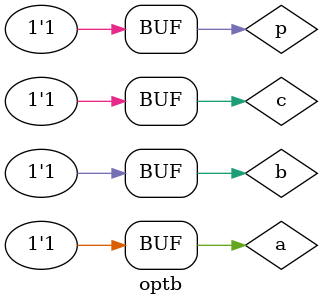
<source format=v>
module optb;
reg a,b,c,p;
wire o;
op h(.a(a),.b(b),.c(c),.p(p),.o(o));
initial begin
$dumpfile("op.vcd");
$dumpvars;
$monitor($time,"a=%b,b=%b,c=%b,p=%b,o=%b",a,b,c,p,o);
a=0; b=0; c=0; p=0; 
#5 a=0; b=0; c=0; p=0; 
#5 a=0; b=0; c=0; p=1; 
#5 a=0; b=0; c=1; p=0; 
#5 a=0; b=0; c=1; p=1; 
#5 a=0; b=1; c=0; p=0; 
#5 a=0; b=1; c=0; p=1; 
#5 a=0; b=1; c=1; p=0; 
#5 a=0; b=1; c=1; p=1; 
#5 a=1; b=0; c=0; p=0; 
#5 a=1; b=0; c=0; p=1; 
#5 a=1; b=0; c=1; p=0; 
#5 a=1; b=0; c=1; p=1; 
#5 a=1; b=1; c=0; p=0; 
#5 a=1; b=1; c=0; p=1; 
#5 a=1; b=1; c=1; p=0; 
#5 a=1; b=1; c=1; p=1; 


end
endmodule

</source>
